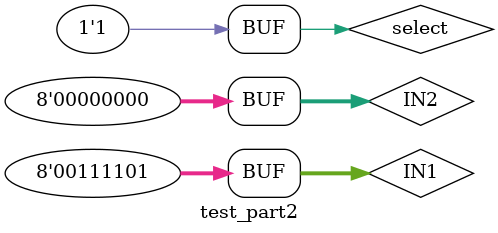
<source format=v>
`timescale 1ns / 1ps


module test_part2();
    reg[7:0]    IN1, IN2;
    reg         select;
    wire[7:0]   OUT1, OUT2;
    
    part2 uut (.data_in1(IN1), .data_in2(IN2), .select(select), .data_out1(OUT1), .data_out2(OUT2));
    
    initial begin
        IN1 = 8'hAB;  IN2 = 8'hE2;  select = 1'b0;  #100;
        IN1 = 8'h08;  IN2 = 8'hBB;  select = 1'b1;  #100;
        IN1 = 8'hF2;  IN2 = 8'h90;  select = 1'b0;  #100;
        IN1 = 8'hCC;  IN2 = 8'h54;  select = 1'b1;  #100;
        IN1 = 8'h67;  IN2 = 8'hC3;  select = 1'b0;  #100;
        IN1 = 8'h49;  IN2 = 8'h4E;  select = 1'b1;  #100;
        IN1 = 8'hB1;  IN2 = 8'hFF;  select = 1'b0;  #100;
        IN1 = 8'h00;  IN2 = 8'hA9;  select = 1'b1;  #100;
        IN1 = 8'hFF;  IN2 = 8'h3B;  select = 1'b0;  #100;
        IN1 = 8'h3D;  IN2 = 8'h00;  select = 1'b1;  #100;
    end
endmodule

</source>
